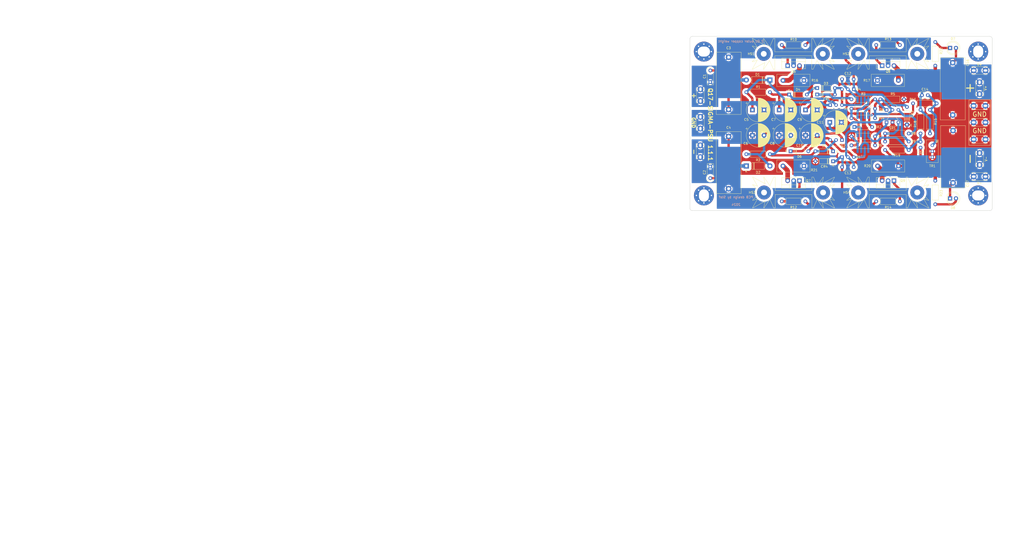
<source format=kicad_pcb>
(kicad_pcb (version 20240108) (generator "pcbnew") (generator_version "8.0")
  (title_block (title "Q17-SIGMA Power Supply") (date "2024-04-30") (rev "1.1.1") (company "PCB and BOM by stef") (comment 2 "Design and test by Moor") (comment 3 "Inspired from Sigma22 v3 design from Ti Kan") (comment 4 "Voltage drop < 6V"))
  (layers (0 "F.Cu" signal) (31 "B.Cu" signal) (34 "B.Paste" user) (35 "F.Paste" user) (36 "B.SilkS" user "B.Silkscreen") (37 "F.SilkS" user "F.Silkscreen") (38 "B.Mask" user) (39 "F.Mask" user) (44 "Edge.Cuts" user))
  (net 0 "")
  (net 1 "Net-(D4-K)")
  (net 2 "/GND")
  (net 3 "/V+ (IN)")
  (net 4 "Net-(D1-K)")
  (net 5 "Net-(D2-A)")
  (net 6 "Net-(D5-A)")
  (net 7 "Net-(CR1-A)")
  (net 8 "Net-(D6-K)")
  (net 9 "Net-(U1-B2)")
  (net 10 "Net-(Q4-B)")
  (net 11 "Net-(CR3-A)")
  (net 12 "Net-(Q5-B)")
  (net 13 "Net-(CR4-K)")
  (net 14 "Net-(U2-B4)")
  (net 15 "Net-(C14-Pad1)")
  (net 16 "Net-(CR1-K)")
  (net 17 "Net-(CR2-A)")
  (net 18 "Net-(D3-K)")
  (net 19 "Net-(D5-K)")
  (net 20 "Net-(Q3-C)")
  (net 21 "Net-(Q3-B)")
  (net 22 "Net-(Q3-E)")
  (net 23 "Net-(CR2-K)")
  (net 24 "Net-(Q6-G)")
  (net 25 "Net-(Q6-S)")
  (net 26 "Net-(Q7-S)")
  (net 27 "Net-(Q7-G)")
  (net 28 "Net-(Q8-S)")
  (net 29 "Net-(Q8-G)")
  (net 30 "Net-(Q9-G)")
  (net 31 "Net-(Q9-S)")
  (net 32 "Net-(SR1-REF)")
  (net 33 "Net-(U1-B3)")
  (net 34 "Net-(U2-B2)")
  (net 35 "Net-(U1-B1)")
  (net 36 "/V+ (OUT)")
  (net 37 "/V- (OUT)")
  (net 38 "Net-(D7-K)")
  (net 39 "Net-(D8-A)")
  (net 40 "Net-(SR1-K)")
  (net 41 "/V- (IN)")
  (footprint "Capacitor_THT:C_Rect_L7.2mm_W2.5mm_P5.00mm_FKS2_FKP2_MKS2_MKP2" (layer "F.Cu") (at 147.788 117.348 180)
    (property "Reference" "C13")
    (property "Value" "3900pF")
  )
  (footprint "Capacitor_THT:C_Rect_L7.2mm_W2.5mm_P5.00mm_FKS2_FKP2_MKS2_MKP2" (layer "F.Cu") (at 142.778 79.502)
    (property "Reference" "C12")
    (property "Value" "3900pF")
  )
  (footprint "Resistor_THT:R_Axial_DIN0207_L6.3mm_D2.5mm_P10.16mm_Horizontal" (layer "F.Cu") (at 157.48 64.77)
    (property "Reference" "R13")
    (property "Value" "100R")
  )
  (footprint "Capacitor_THT:C_Rect_L26.5mm_W10.5mm_P22.50mm_MKS4" (layer "F.Cu") (at 93.98 70.03 -90)
    (property "Reference" "C3")
    (property "Value" "1uF 100V")
  )
  (footprint "Resistor_THT:R_Axial_DIN0207_L6.3mm_D2.5mm_P10.16mm_Horizontal" (layer "F.Cu") (at 161.29 106.325383)
    (property "Reference" "R9")
    (property "Value" "1K")
  )
  (footprint "Resistor_THT:R_Axial_DIN0207_L6.3mm_D2.5mm_P10.16mm_Horizontal" (layer "F.Cu") (at 156.972 104.14 180)
    (property "Reference" "R7")
    (property "Value" "27K")
  )
  (footprint "Resistor_THT:R_Box_L14.0mm_W5.0mm_P9.00mm" (layer "F.Cu") (at 117.365 116.84)
    (property "Reference" "R21")
    (property "Value" "0R47 5W")
  )
  (footprint "Capacitor_THT:C_Rect_L26.5mm_W10.5mm_P22.50mm_MKS4" (layer "F.Cu") (at 190.5 101.6 -90)
    (property "Reference" "C17")
    (property "Value" "1uF 100V")
  )
  (footprint "Resistor_THT:R_Axial_DIN0207_L6.3mm_D2.5mm_P10.16mm_Horizontal" (layer "F.Cu") (at 161.29 109.982)
    (property "Reference" "R19")
    (property "Value" "10K")
  )
  (footprint "Q17_Library:Faston_Connector_63849-1_TEC" (layer "F.Cu") (at 81.788 107.95 90)
    (property "Reference" "J1-3" (hide yes))
    (property "Value" "V- (IN)" (hide yes))
  )
  (footprint "Package_TO_SOT_THT:TO-92L_Inline_Wide" (layer "F.Cu") (at 161.915 98.044)
    (property "Reference" "SR1")
    (property "Value" "TL431B")
  )
  (footprint "Resistor_THT:R_Axial_DIN0207_L6.3mm_D2.5mm_P10.16mm_Horizontal" (layer "F.Cu") (at 182.88 133.35 90)
    (property "Reference" "R23")
    (property "Value" "10K")
  )
  (footprint "Resistor_THT:R_Axial_DIN0207_L6.3mm_D2.5mm_P10.16mm_Horizontal" (layer "F.Cu") (at 116.84 64.77)
    (property "Reference" "R10")
    (property "Value" "100R")
  )
  (footprint "Diode_THT:D_DO-35_SOD27_P7.62mm_Horizontal" (layer "F.Cu") (at 120.65 110.489879)
    (property "Reference" "D6")
    (property "Value" "1N4148")
  )
  (footprint "Capacitor_THT:C_Rect_L7.2mm_W2.5mm_P5.00mm_FKS2_FKP2_MKS2_MKP2" (layer "F.Cu") (at 86.106 80.732 90)
    (property "Reference" "C1")
    (property "Value" "100nF")
  )
  (footprint "Resistor_THT:R_Axial_DIN0207_L6.3mm_D2.5mm_P10.16mm_Horizontal" (layer "F.Cu") (at 101.6 85.09)
    (property "Reference" "R1")
    (property "Value" "10K")
  )
  (footprint "Package_TO_SOT_THT:TO-92L_Inline_Wide" (layer "F.Cu") (at 161.915 92.71)
    (property "Reference" "Q3")
    (property "Value" "BC548B")
  )
  (footprint "Package_TO_SOT_THT:TO-92L_Inline_Wide" (layer "F.Cu") (at 142.738 113.03)
    (property "Reference" "Q5")
    (property "Value" "BC546B")
  )
  (footprint "Potentiometer_THT:Potentiometer_Bourns_3296W_Vertical" (layer "F.Cu") (at 181.61 113.03 -90)
    (property "Reference" "TR1")
    (property "Value" "10K")
  )
  (footprint "Capacitor_THT:C_Disc_D3.8mm_W2.6mm_P2.50mm" (layer "F.Cu") (at 179.651633 86.36 180)
    (property "Reference" "C14")
    (property "Value" "220pF")
  )
  (footprint "Q17_Library:Faston_Connector_63849-1_TEC" (layer "F.Cu") (at 199.39 75.733282 180)
    (property "Reference" "J2-1" (hide yes))
    (property "Value" "V+")
  )
  (footprint "Capacitor_THT:C_Rect_L7.2mm_W2.5mm_P5.00mm_FKS2_FKP2_MKS2_MKP2" (layer "F.Cu") (at 86.106 122.094 90)
    (property "Reference" "C2")
    (property "Value" "100nF")
  )
  (footprint "Resistor_THT:R_Axial_DIN0207_L6.3mm_D2.5mm_P10.16mm_Horizontal" (layer "F.Cu") (at 183.481633 89.916 180)
    (property "Reference" "R11")
    (property "Value" "100R")
  )
  (footprint "Package_TO_SOT_THT:TO-92L_Inline_Wide" (layer "F.Cu") (at 137.668 90.62)
    (property "Reference" "Q1")
    (property "Value" "BC548B")
  )
  (footprint "Diode_THT:D_DO-41_SOD81_P10.16mm_Horizontal" (layer "F.Cu") (at 111.76 79.83 180)
    (property "Reference" "D1")
    (property "Value" "1N5819")
  )
  (footprint "Capacitor_THT:CP_Radial_D10.0mm_P5.00mm" (layer "F.Cu") (at 137.494 98.044)
    (property "Reference" "C11")
    (property "Value" "100uF 80v")
  )
  (footprint "Capacitor_THT:C_Rect_L26.5mm_W10.5mm_P22.50mm_MKS4" (layer "F.Cu") (at 93.979999 104.14 -90)
    (property "Reference" "C4")
    (property "Value" "1uF 100V")
  )
  (footprint "Diode_THT:D_DO-35_SOD27_P7.62mm_Horizontal" (layer "F.Cu") (at 138.938 110.49 180)
    (property "Reference" "D5")
    (property "Value" "1N4148")
  )
  (footprint "Heatsink:Heatsink_Fischer_SK104-STC-STIC_35x13mm_2xDrill2.5mm" (layer "F.Cu") (at 162.43172 68.58)
    (property "Reference" "HS2")
    (property "Value" "531202B21G")
  )
  (footprint "Resistor_THT:R_Axial_DIN0207_L6.3mm_D2.5mm_P10.16mm_Horizontal" (layer "F.Cu") (at 159.258 88.138)
    (property "Reference" "R5")
    (property "Value" "47K")
  )
  (footprint "LED_THT:LED_D5.0mm" (layer "F.Cu") (at 189.23 130.81)
    (property "Reference" "D8")
    (property "Value" "LED")
  )
  (footprint "Q17_Library:Faston_Connector_63849-1_TEC" (layer "F.Cu") (at 199.372335 98.085282 180)
    (property "Reference" "J2-4" (hide yes))
    (property "Value" "GND" (hide yes))
  )
  (footprint "Diode_THT:D_DO-35_SOD27_P7.62mm_Horizontal" (layer "F.Cu") (at 132.08 86.106)
    (property "Reference" "CR1")
    (property "Value" "E-202")
  )
  (footprint "Q17_Library:Faston_Connector_63849-1_TEC" (layer "F.Cu") (at 81.865344 83.82 90)
    (property "Reference" "J1-1" (hide yes))
    (property "Value" "V+ (IN)" (hide yes))
  )
  (footprint "MountingHole:MountingHole_4.3mm_M4_Pad_Via" (layer "F.Cu") (at 201.328912 67.600184 -90)
    (property "Reference" "PAD3" (hide yes))
    (property "Value" "MountingHole_4.3mm_M4_Pad_Via")
  )
  (footprint "Package_TO_SOT_THT:TO-92L_Inline_Wide" (layer "F.Cu") (at 147.828 83.82 180)
    (property "Reference" "Q4")
    (property "Value" "BC556B")
  )
  (footprint "Heatsink:Heatsink_Fischer_SK104-STC-STIC_35x13mm_2xDrill2.5mm" (layer "F.Cu") (at 121.92 128.27)
    (property "Reference" "HS3")
    (property "Value" "531202B21G")
  )
  (footprint "Diode_THT:D_DO-35_SOD27_P7.62mm_Horizontal" (layer "F.Cu") (at 120.015 86.115755)
    (property "Reference" "D4")
    (property "Value" "1N4148")
  )
  (footprint "Resistor_THT:R_Axial_DIN0207_L6.3mm_D2.5mm_P10.16mm_Horizontal" (layer "F.Cu") (at 146.812 107.95)
    (property "Reference" "R6")
    (property "Value" "510K")
  )
  (footprint "Diode_THT:D_DO-35_SOD27_P7.62mm_Horizontal" (layer "F.Cu") (at 170.688 99.06 90)
    (property "Reference" "CR3")
    (property "Value" "E-562")
  )
  (footprint "Resistor_THT:R_Box_L14.0mm_W5.0mm_P9.00mm" (layer "F.Cu") (at 117.365 80.01)
    (property "Reference" "R16")
    (property "Value" "0R47 5W")
  )
  (footprint "Package_TO_SOT_THT:TO-220-3_Vertical" (layer "F.Cu") (at 124.46 123.19 180)
    (property "Reference" "Q7")
    (property "Value" "IRF9Z34NPBF")
  )
  (footprint "Heatsink:Heatsink_Fischer_SK104-STC-STIC_35x13mm_2xDrill2.5mm" (layer "F.Cu") (at 121.79172 68.58)
    (property "Reference" "HS1")
    (property "Value" "531202B21G")
  )
  (footprint "Diode_THT:D_DO-35_SOD27_P7.62mm_Horizontal" (layer "F.Cu") (at 148.082 100.076)
    (property "Reference" "CR2")
    (property "Value" "E-202")
  )
  (footprint "Heatsink:Heatsink_Fischer_SK104-STC-STIC_35x13mm_2xDrill2.5mm" (layer "F.Cu") (at 162.43172 128.27)
    (property "Reference" "HS4")
    (property "Value" "531202B21G")
  )
  (footprint "Capacitor_THT:CP_Radial_D10.0mm_P5.00mm" (layer "F.Cu") (at 127.08 103.632)
    (property "Reference" "C10")
    (property "Value" "100uF 80v")
  )
  (footprint "Resistor_THT:R_Axial_DIN0207_L6.3mm_D2.5mm_P10.16mm_Horizontal" (layer "F.Cu") (at 180.594 92.71 -90)
    (property "Reference" "R15")
    (property "Value" "10K")
  )
  (footprint "Q17_Library:Faston_Connector_63849-1_TEC" (layer "F.Cu") (at 81.834399 95.6686 90)
    (property "Reference" "J1-2" (hide yes))
    (property "Value" "GND" (hide yes))
  )
  (footprint "Resistor_THT:R_Box_L14.0mm_W5.0mm_P9.00mm" (layer "F.Cu") (at 167.005 80.01 180)
    (property "Reference" "R17")
    (property "Value" "0R47 5W")
  )
  (footprint "Resistor_THT:R_Axial_DIN0207_L6.3mm_D2.5mm_P10.16mm_Horizontal" (layer "F.Cu") (at 127 132.08 180)
    (property "Reference" "R12")
    (property "Value" "100R")
  )
  (footprint "Q17_Library:Faston_Connector_63849-1_TEC" (layer "F.Cu") (at 199.39 121.412 180)
    (property "Reference" "J2-7" (hide yes))
    (property "Value" "V-")
  )
  (footprint "Q17_Library:Faston_Connector_63849-1_TEC" (layer "F.Cu") (at 201.93 116.373282 -90)
    (property "Reference" "J2-6" (hide yes))
    (property "Value" "V-")
  )
  (footprint "MountingHole:MountingHole_4.3mm_M4_Pad_Via" (layer "F.Cu") (at 201.345 129.54 -90)
    (property "Reference" "PAD3" (hide yes))
    (property "Value" "MountingHole_4.3mm_M4_Pad_Via")
  )
  (footprint "Package_TO_SOT_THT:TO-220-3_Vertical" (layer "F.Cu") (at 119.38 73.66)
    (property "Reference" "Q6")
    (property "Value" "IRFZ24NPBF")
  )
  (footprint "Diode_THT:D_DO-35_SOD27_P7.62mm_Horizontal" (layer "F.Cu") (at 138.938 114.808 180)
    (property "Reference" "CR4")
    (property "Value" "E-562")
  )
  (footprint "Resistor_THT:R_Axial_DIN0207_L6.3mm_D2.5mm_P10.16mm_Horizontal" (layer "F.Cu") (at 176.53 102.87 90)
    (property "Reference" "R18")
    (property "Value" "10K")
  )
  (footprint "Capacitor_THT:CP_Radial_D10.0mm_P5.00mm" (layer "F.Cu") (at 104.22 103.632)
    (property "Reference" "C6")
    (property "Value" "220uF 80v")
  )
  (footprint "LED_THT:LED_D5.0mm" (layer "F.Cu") (at 189.23 66.04)
    (property "Reference" "D7")
    (property "Value" "LED")
  )
  (footprint "Resistor_THT:R_Axial_DIN0207_L6.3mm_D2.5mm_P10.16mm_Horizontal" (layer "F.Cu") (at 101.6 111.76)
    (property "Reference" "R2")
    (property "Value" "10K")
  )
  (footprint "Resistor_THT:R_Box_L14.0mm_W5.0mm_P9.00mm" (layer "F.Cu") (at 158.06 116.84)
    (property "Reference" "R20")
    (property "Value" "0R47 5W")
  )
  (footprint "Q17_Library:Faston_Connector_63849-1_TEC" (layer "F.Cu") (at 199.35 90.932 180)
    (property "Reference" "J2-3" (hide yes))
    (property "Value" "GND" (hide yes))
  )
  (footprint "Package_TO_SOT_THT:TO-220-3_Vertical" (layer "F.Cu") (at 160.02 73.66)
    (property "Reference" "Q8")
    (property "Value" "IRFZ24NPBF")
  )
  (footprint "Resistor_THT:R_Axial_DIN0207_L6.3mm_D2.5mm_P10.16mm_Horizontal" (layer "F.Cu") (at 171.45 102.87 180)
    (property "Reference" "R8")
    (property "Value" "100R")
  )
  (footprint "Package_TO_SOT_THT:TO-220-3_Vertical" (layer "F.Cu") (at 165.1 123.19 180)
    (property "Reference" "Q9")
    (property "Value" "IRF9Z34NPBF")
  )
  (footprint "MountingHole:MountingHole_4.3mm_M4_Pad_Via" (layer "F.Cu") (at 83.328883 67.601847)
    (property "Reference" "PAD1" (hide yes))
    (property "Value" "MountingHole_4.3mm_M4_Pad_Via")
  )
  (footprint "Diode_THT:D_DO-35_SOD27_P7.62mm_Horizontal" (layer "F.Cu") (at 132.08 83.312)
    (property "Reference" "D3")
    (property "Value" "1N4148")
  )
  (footprint "Capacitor_THT:C_Rect_L26.5mm_W10.5mm_P22.50mm_MKS4" (layer "F.Cu") (at 190.37172 72.39 -90)
    (property "Reference" "C16")
    (property "Value" "1uF 100V")
  )
  (footprint "Resistor_THT:R_Axial_DIN0207_L6.3mm_D2.5mm_P10.16mm_Horizontal" (layer "F.Cu") (at 146.812 96.266)
    (property "Reference" "R44")
    (property "Value" "330K")
  )
  (footprint "Capacitor_THT:CP_Radial_D10.0mm_P5.00mm" (layer "F.Cu") (at 127.08 92.71)
    (property "Reference" "C9")
    (property "Value" "100uF 80v")
  )
  (footprint "Resistor_THT:R_Axial_DIN0207_L6.3mm_D2.5mm_P10.16mm_Horizontal" (layer "F.Cu") (at 146.812 88.138)
    (property "Reference" "R3")
    (property "Value" "4K7")
  )
  (footprint "Q17_Library:Faston_Connector_63849-1_TEC" (layer "F.Cu") (at 201.93 85.893282 -90)
    (property "Reference" "J2-2" (hide yes))
    (property "Value" "V+")
  )
  (footprint "Capacitor_THT:CP_Radial_D10.0mm_P5.00mm" (layer "F.Cu") (at 115.742323 103.632)
    (property "Reference" "C8")
    (property "Value" "220uF 80v")
  )
  (footprint "Capacitor_THT:C_Disc_D3.8mm_W2.6mm_P2.50mm" (layer "F.Cu") (at 176.53 106.446 -90)
    (property "Reference" "C15")
    (property "Value" "220pF")
  )
  (footprint "Resistor_THT:R_Axial_DIN0207_L6.3mm_D2.5mm_P10.16mm_Horizontal" (layer "F.Cu") (at 157.48 132.08)
    (property "Reference" "R14")
    (property "Value" "100R")
  )
  (footprint "Diode_THT:D_DO-41_SOD81_P10.16mm_Horizontal" (layer "F.Cu") (at 101.6 116.84)
    (property "Reference" "D2")
    (property "Value" "1N5819")
  )
  (footprint "Capacitor_THT:CP_Radial_D10.0mm_P5.00mm" (layer "F.Cu") (at 115.742323 92.71)
    (property "Reference" "C7")
    (property "Value" "220uF 80v")
  )
  (footprint "Q17_Library:Faston_Connector_63849-1_TEC" (layer "F.Cu") (at 199.39 105.41 180)
    (property "Reference" "J2-5" (hide yes))
    (property "Value" "GND" (hide yes))
  )
  (footprint "MountingHole:MountingHole_4.3mm_M4_Pad_Via" (layer "F.Cu") (at 83.356845 129.534189)
    (property "Reference" "PAD2" (hide yes))
    (property "Value" "MountingHole_4.3mm_M4_Pad_Via")
  )
  (footprint "Capacitor_THT:CP_Radial_D10.0mm_P5.00mm" (layer "F.Cu") (at 104.22 92.71)
    (property "Reference" "C5")
    (property "Value" "220uF 80v")
  )
  (footprint "Package_TO_SOT_THT:TO-92L_Inline_Wide" (layer "F.Cu") (at 142.748 105.664 180)
    (property "Reference" "Q2")
    (property "Value" "BC558B")
  )
  (footprint "Resistor_THT:R_Axial_DIN0207_L6.3mm_D2.5mm_P10.16mm_Horizontal" (layer "F.Cu") (at 182.88 73.66 90)
    (property "Reference" "R22")
    (property "Value" "10K")
  )
  (footprint "Resistor_THT:R_Axial_DIN0207_L6.3mm_D2.5mm_P10.16mm_Horizontal" (layer "F.Cu") (at 146.812 92.202)
    (property "Reference" "R4")
    (property "Value" "100K")
  )
  (footprint "Package_TO_SOT_SMD:SOT-223-8" (layer "B.Cu") (at 151.765 106.455 90)
    (property "Reference" "U2")
    (property "Value" "ZHB6792TA")
  )
  (footprint "Package_TO_SOT_SMD:SOT-223-8" (layer "B.Cu") (at 151.765 91.792 90)
    (property "Reference" "U1")
    (property "Value" "ZHB6792TA")
  )
  (gr_rect (start 197.358 88.392) (end 206.502 107.95) (stroke (width 0.15)) (fill none) (layer "F.SilkS"))
  (gr_arc (start 206.348808 61.064143) (mid 207.055915 61.357036) (end 207.348808 62.064143) (stroke (width 0.15)) (layer "Edge.Cuts"))
  (gr_arc (start 77.348808 62.064143) (mid 77.641701 61.357036) (end 78.348808 61.064143) (stroke (width 0.15)) (layer "Edge.Cuts"))
  (gr_line (start 77.348808 135.064143) (end 77.348808 62.064143) (stroke (width 0.15)) (layer "Edge.Cuts"))
  (gr_arc (start 78.348808 136.064143) (mid 77.641701 135.77125) (end 77.348808 135.064143) (stroke (width 0.15)) (layer "Edge.Cuts"))
  (gr_line (start 78.348808 61.064143) (end 206.348808 61.064143) (stroke (width 0.15)) (layer "Edge.Cuts"))
  (gr_line (start 206.348808 136.064143) (end 78.348808 136.064143) (stroke (width 0.15)) (layer "Edge.Cuts"))
  (gr_line (start 207.348808 62.064143) (end 207.348808 135.064143) (stroke (width 0.15)) (layer "Edge.Cuts"))
  (gr_arc (start 207.348808 135.064143) (mid 207.055915 135.77125) (end 206.348808 136.064143) (stroke (width 0.15)) (layer "Edge.Cuts"))
  (gr_text "2 Oz outer copper weight" (at 99.314 63.754 0) (layer "B.SilkS") (effects (font (size 1 1)) (justify bottom mirror)))
  (gr_text "PCB design by Stef\n\n2024" (at 97.155 134.080864 -0) (layer "B.SilkS") (effects (font (size 1 1)) (justify bottom mirror)))
  (gr_text "GND" (at 201.93 95.758 0) (layer "F.SilkS") (effects (font (size 2 2) (thickness 0.3) (bold yes)) (justify bottom)))
  (gr_text "-" (at 77.978 110.744 270) (layer "F.SilkS") (effects (font (size 2 2) (thickness 0.375)) (justify bottom)))
  (gr_text "GND" (at 201.93 102.87 0) (layer "F.SilkS") (effects (font (size 2 2) (thickness 0.3) (bold yes)) (justify bottom)))
  (gr_text "ø" (at 182.88 106.934 0) (layer "F.SilkS") (effects (font (size 1.2 1.2)) (justify left bottom)))
  (gr_text "Q17-SIGMA-PSU 1.1.1" (at 85.05504 83.058 270) (layer "F.SilkS") (effects (font (size 1.8 1.8) (thickness 0.4) (bold yes)) (justify left bottom)))
  (gr_text "+" (at 195.834 83.312 270) (layer "F.SilkS") (effects (font (size 4 4) (thickness 0.5)) (justify bottom)))
  (gr_text "+" (at 77.978 86.614 270) (layer "F.SilkS") (effects (font (size 2 2) (thickness 0.375)) (justify bottom)))
  (gr_text "-" (at 195.834 113.792 270) (layer "F.SilkS") (effects (font (size 4 4) (thickness 0.5)) (justify bottom)))
  (gr_text "GND" (at 77.978 98.2086 270) (layer "F.SilkS") (effects (font (size 1.5 1.5) (thickness 0.375) (bold yes)) (justify bottom)))
  (segment (start 112.492862 85.822862) (end 111.76 85.09) (width 1) (layer "F.Cu") (net 1))
  (segment (start 115.742323 86.115755) (end 115.742323 92.71) (width 1) (layer "F.Cu") (net 1))
  (segment (start 120.015 86.115755) (end 113.199969 86.115755) (width 1) (layer "F.Cu") (net 1))
  (arc (start 112.492862 85.822862) (mid 112.817285 86.039635) (end 113.199969 86.115755) (width 1) (layer "F.Cu") (net 1))
  (segment (start 140.208 90.62) (end 139.034893 89.446893) (width 1) (layer "B.Cu") (net 1))
  (segment (start 135.729786 87.884) (end 122.197459 87.884) (width 1) (layer "B.Cu") (net 1))
  (segment (start 138.327786 89.154) (end 137.828214 89.154) (width 1) (layer "B.Cu") (net 1))
  (segment (start 137.121107 88.861107) (end 136.436893 88.176893) (width 1) (layer "B.Cu") (net 1))
  (segment (start 121.490352 87.591107) (end 120.015 86.115755) (width 1) (layer "B.Cu") (net 1))
  (arc (start 139.034893 89.446893) (mid 138.71047 89.23012) (end 138.327786 89.154) (width 1) (layer "B.Cu") (net 1))
  (arc (start 137.828214 89.154) (mid 137.445531 89.07788) (end 137.121107 88.861107) (width 1) (layer "B.Cu") (net 1))
  (arc (start 122.197459 87.884) (mid 121.814776 87.80788) (end 121.490352 87.591107) (width 1) (layer "B.Cu") (net 1))
  (arc (start 135.729786 87.884) (mid 136.112469 87.96012) (end 136.436893 88.176893) (width 1) (layer "B.Cu") (net 1))
  (segment (start 88.978893 76.024893) (end 93.663907 80.709907) (width 1) (layer "F.Cu") (net 2))
  (segment (start 86.106 75.732) (end 88.271786 75.732) (width 1) (layer "F.Cu") (net 2))
  (segment (start 93.687107 117.1262) (end 89.0122 121.801107) (width 1) (layer "F.Cu") (net 2))
  (segment (start 164.455 98.044) (end 164.455 96.774) (width 1.5) (layer "F.Cu") (net 2))
  (segment (start 164.455 98.044) (end 164.455 99.822) (width 1.5) (layer "F.Cu") (net 2))
  (segment (start 88.305093 122.094) (end 86.106 122.094) (width 1) (layer "F.Cu") (net 2))
  (segment (start 182.88 73.66) (end 182.88 77.216) (width 1.5) (layer "F.Cu") (net 2))
  (segment (start 93.979999 104.14) (end 93.98 116.419093) (width 1) (layer "F.Cu") (net 2))
  (segment (start 93.9568 81.417014) (end 93.9568 92.513199) (width 1) (layer "F.Cu") (net 2))
  (segment (start 182.88 123.19) (end 182.88 120.142) (width 1.5) (layer "F.Cu") (net 2))
  (arc (start 93.663907 80.709907) (mid 93.88068 81.034331) (end 93.9568 81.417014) (width 1) (layer "F.Cu") (net 2))
  (arc (start 88.305093 122.094) (mid 88.687776 122.01788) (end 89.0122 121.801107) (width 1) (layer "F.Cu") (net 2))
  (arc (start 88.978893 76.024893) (mid 88.65447 75.80812) (end 88.271786 75.732) (width 1) (layer "F.Cu") (net 2))
  (arc (start 93.98 116.419093) (mid 93.90388 116.801776) (end 93.687107 117.1262) (width 1) (layer "F.Cu") (net 2))
  (segment (start 149.172107 106.500107) (end 146.812 104.14) (width 0.9) (layer "B.Cu") (net 2))
  (segment (start 149.465 109.855) (end 149.465 107.207214) (width 0.9) (layer "B.Cu") (net 2))
  (arc (start 149.465 107.207214) (mid 149.38888 106.824531) (end 149.172107 106.500107) (width 0.9) (layer "B.Cu") (net 2))
  (segment (start 121.92 73.66) (end 121.92 69.215) (width 2) (layer "B.Cu") (net 3))
  (segment (start 162.56 69.215) (end 162.56 73.66) (width 2) (layer "B.Cu") (net 3))
  (segment (start 101.6 79.83) (end 97.864 79.83) (width 1.5) (layer "B.Cu") (net 3))
  (segment (start 104.22 92.71) (end 104.22 88.124214) (width 1) (layer "F.Cu") (net 4))
  (segment (start 103.927107 87.417107) (end 101.6 85.09) (width 1) (layer "F.Cu") (net 4))
  (arc (start 104.22 88.124214) (mid 104.14388 87.741531) (end 103.927107 87.417107) (width 1) (layer "F.Cu") (net 4))
  (segment (start 101.6 85.09) (end 106.567107 80.122893) (width 1) (layer "B.Cu") (net 4))
  (segment (start 134.231837 89.700893) (end 134.858051 90.327107) (width 1) (layer "B.Cu") (net 4))
  (segment (start 111.833862 81.757406) (end 111.905274 81.897564) (width 1) (layer "B.Cu") (net 4))
  (segment (start 111.785255 81.607803) (end 111.833862 81.757406) (width 1) (layer "B.Cu") (net 4))
  (segment (start 107.274214 79.83) (end 111.76 79.83) (width 1) (layer "B.Cu") (net 4))
  (segment (start 135.565158 90.62) (end 137.668 90.62) (width 1) (layer "B.Cu") (net 4))
  (segment (start 111.760649 81.452437) (end 111.785255 81.607803) (width 1) (layer "B.Cu") (net 4))
  (segment (start 119.794214 89.408) (end 133.52473 89.408) (width 1) (layer "B.Cu") (net 4))
  (segment (start 111.905274 81.897564) (end 111.997732 82.024825) (width 1) (layer "B.Cu") (net 4))
  (segment (start 111.997732 82.024825) (end 112.052893 82.080893) (width 1) (layer "B.Cu") (net 4))
  (segment (start 112.052893 82.080893) (end 119.087107 89.115107) (width 1) (layer "B.Cu") (net 4))
  (segment (start 111.76 81.373786) (end 111.760649 81.452437) (width 1) (layer "B.Cu") (net 4))
  (segment (start 111.76 79.83) (end 111.76 81.373786) (width 1) (layer "B.Cu") (net 4))
  (arc (start 106.567107 80.122893) (mid 106.89153 79.90612) (end 107.274214 79.83) (width 1) (layer "B.Cu") (net 4))
  (arc (start 119.794214 89.408) (mid 119.411531 89.33188) (end 119.087107 89.115107) (width 1) (layer "B.Cu") (net 4))
  (arc (start 135.565158 90.62) (mid 135.182475 90.54388) (end 134.858051 90.327107) (width 1) (layer "B.Cu") (net 4))
  (arc (start 133.52473 89.408) (mid 133.907413 89.48412) (end 134.231837 89.700893) (width 1) (layer "B.Cu") (net 4))
  (segment (start 109.22 103.632) (end 113.245107 99.606893) (width 1) (layer "F.Cu") (net 5))
  (segment (start 132.118893 99.606893) (end 135.089107 102.577107) (width 1) (layer "F.Cu") (net 5))
  (segment (start 113.952214 99.314) (end 131.411786 99.314) (width 1) (layer "F.Cu") (net 5))
  (segment (start 142.748 105.062214) (end 142.748 105.664) (width 1) (layer "F.Cu") (net 5))
  (segment (start 135.796214 102.87) (end 140.555786 102.87) (width 1) (layer "F.Cu") (net 5))
  (segment (start 141.262893 103.162893) (end 142.455107 104.355107) (width 1) (layer "F.Cu") (net 5))
  (arc (start 142.455107 104.355107) (mid 142.67188 104.67953) (end 142.748 105.062214) (width 1) (layer "F.Cu") (net 5))
  (arc (start 131.411786 99.314) (mid 131.794469 99.39012) (end 132.118893 99.606893) (width 1) (layer "F.Cu") (net 5))
  (arc (start 141.262893 103.162893) (mid 140.93847 102.94612) (end 140.555786 102.87) (width 1) (layer "F.Cu") (net 5))
  (arc (start 135.796214 102.87) (mid 135.413531 102.79388) (end 135.089107 102.577107) (width 1) (layer "F.Cu") (net 5))
  (arc (start 113.245107 99.606893) (mid 113.56953 99.39012) (end 113.952214 99.314) (width 1) (layer "F.Cu") (net 5))
  (segment (start 109.22 103.632) (end 109.22 110.236) (width 1) (layer "B.Cu") (net 5))
  (segment (start 106.972893 112.052893) (end 111.76 116.84) (width 1) (layer "B.Cu") (net 5))
  (segment (start 109.22 110.236) (end 107.188 112.268) (width 1) (layer "B.Cu") (net 5))
  (segment (start 101.6 111.76) (end 106.265786 111.76) (width 1) (layer "B.Cu") (net 5))
  (arc (start 106.265786 111.76) (mid 106.648469 111.83612) (end 106.972893 112.052893) (width 1) (layer "B.Cu") (net 5))
  (segment (start 111.975107 111.975107) (end 111.76 111.76) (width 1) (layer "F.Cu") (net 6))
  (segment (start 129.125786 112.268) (end 112.682214 112.268) (width 1) (layer "F.Cu") (net 6))
  (segment (start 131.318 110.49) (end 129.832893 111.975107) (width 1) (layer "F.Cu") (net 6))
  (arc (start 111.975107 111.975107) (mid 112.29953 112.19188) (end 112.682214 112.268) (width 1) (layer "F.Cu") (net 6))
  (arc (start 129.832893 111.975107) (mid 129.50847 112.19188) (end 129.125786 112.268) (width 1) (layer "F.Cu") (net 6))
  (segment (start 113.830893 111.467107) (end 120.44943 104.84857) (width 1) (layer "B.Cu") (net 6))
  (segment (start 120.742323 104.141463) (end 120.742323 103.632) (width 1) (layer "B.Cu") (net 6))
  (segment (start 140.208 105.664) (end 135.674893 110.197107) (width 1) (layer "B.Cu") (net 6))
  (segment (start 134.967786 110.49) (end 131.318 110.49) (width 1) (layer "B.Cu") (net 6))
  (segment (start 111.76 111.76) (end 113.123786 111.76) (width 1) (layer "B.Cu") (net 6))
  (arc (start 113.830893 111.467107) (mid 113.50647 111.68388) (end 113.123786 111.76) (width 1) (layer "B.Cu") (net 6))
  (arc (start 135.674893 110.197107) (mid 135.35047 110.41388) (end 134.967786 110.49) (width 1) (layer "B.Cu") (net 6))
  (arc (start 120.44943 104.84857) (mid 120.666203 104.524147) (end 120.742323 104.141463) (width 1) (layer "B.Cu") (net 6))
  (segment (start 127.08 92.71) (end 131.613107 88.176893) (width 1) (layer "F.Cu") (net 7))
  (segment (start 142.748 90.62) (end 142.748 83.82) (width 1) (layer "F.Cu") (net 7))
  (segment (start 134.150893 87.591107) (end 135.343107 86.398893) (width 1) (layer "F.Cu") (net 7))
  (segment (start 132.320214 87.884) (end 133.443786 87.884) (width 1) (layer "F.Cu") (net 7))
  (segment (start 136.050214 86.106) (end 139.7 86.106) (width 1) (layer "F.Cu") (net 7))
  (arc (start 131.613107 88.176893) (mid 131.93753 87.96012) (end 132.320214 87.884) (width 1) (layer "F.Cu") (net 7))
  (arc (start 135.343107 86.398893) (mid 135.66753 86.18212) (end 136.050214 86.106) (width 1) (layer "F.Cu") (net 7))
  (arc (start 134.150893 87.591107) (mid 133.82647 87.80788) (end 133.443786 87.884) (width 1) (layer "F.Cu") (net 7))
  (segment (start 150.68 90.62) (end 142.748 90.62) (width 0.9) (layer "B.Cu") (net 7))
  (segment (start 142.748 83.82) (end 142.24 83.312) (width 1) (layer "B.Cu") (net 7))
  (segment (start 139.7 83.312) (end 139.7 86.106) (width 1) (layer "B.Cu") (net 7))
  (segment (start 151.005 88.392) (end 151.005 89.880786) (width 0.9) (layer "B.Cu") (net 7))
  (segment (start 150.712107 90.587893) (end 150.68 90.62) (width 0.9) (layer "B.Cu") (net 7))
  (segment (start 142.24 83.312) (end 139.7 83.312) (width 1) (layer "B.Cu") (net 7))
  (arc (start 150.712107 90.587893) (mid 150.92888 90.26347) (end 151.005 89.880786) (width 0.9) (layer "B.Cu") (net 7))
  (segment (start 133.057107 104.609107) (end 132.08 103.632) (width 1) (layer "F.Cu") (net 8))
  (segment (start 147.818 113.03) (end 145.570893 110.782893) (width 1) (layer "F.Cu") (net 8))
  (segment (start 144.863786 110.49) (end 142.908214 110.49) (width 1) (layer "F.Cu") (net 8))
  (segment (start 131.787107 104.432893) (end 126.023014 110.196986) (width 1) (layer "F.Cu") (net 8))
  (segment (start 137.668 105.664) (end 137.198893 105.194893) (width 1) (layer "F.Cu") (net 8))
  (segment (start 136.491786 104.902) (end 133.764214 104.902) (width 1) (layer "F.Cu") (net 8))
  (segment (start 142.201107 110.197107) (end 137.668 105.664) (width 1) (layer "F.Cu") (net 8))
  (segment (start 125.315907 110.489879) (end 120.65 110.489879) (width 1) (layer "F.Cu") (net 8))
  (arc (start 144.863786 110.49) (mid 145.246469 110.56612) (end 145.570893 110.782893) (width 1) (layer "F.Cu") (net 8))
  (arc (start 133.764214 104.902) (mid 133.381531 104.82588) (end 133.057107 104.609107) (width 1) (layer "F.Cu") (net 8))
  (arc (start 132.08 103.725786) (mid 132.00388 104.108469) (end 131.787107 104.432893) (width 1) (layer "F.Cu") (net 8))
  (arc (start 142.201107 110.197107) (mid 142.52553 110.41388) (end 142.908214 110.49) (width 1) (layer "F.Cu") (net 8))
  (arc (start 137.198893 105.194893) (mid 136.87447 104.97812) (end 136.491786 104.902) (width 1) (layer "F.Cu") (net 8))
  (arc (start 125.315907 110.489879) (mid 125.69859 110.413759) (end 126.023014 110.196986) (width 1) (layer "F.Cu") (net 8))
  (segment (start 152.184893 112.737107) (end 152.232107 112.689893) (width 0.9) (layer "B.Cu") (net 8))
  (segment (start 147.818 113.03) (end 151.477786 113.03) (width 0.9) (layer "B.Cu") (net 8))
  (segment (start 152.525 111.982786) (end 152.525 109.855) (width 0.9) (layer "B.Cu") (net 8))
  (arc (start 152.232107 112.689893) (mid 152.44888 112.36547) (end 152.525 111.982786) (width 0.9) (layer "B.Cu") (net 8))
  (arc (start 151.477786 113.03) (mid 151.860469 112.95388) (end 152.184893 112.737107) (width 0.9) (layer "B.Cu") (net 8))
  (segment (start 160.172107 96.886893) (end 159.307893 97.751107) (width 1) (layer "B.Cu") (net 9))
  (segment (start 168.445 102.906169) (end 168.445 97.857604) (width 1) (layer "B.Cu") (net 9))
  (segment (start 168.152107 97.150497) (end 167.888503 96.886893) (width 1) (layer "B.Cu") (net 9))
  (segment (start 138.391107 101.307107) (end 137.786893 100.702893) (width 1) (layer "B.Cu") (net 9))
  (segment (start 151.005 95.192) (end 151.005 97.915) (width 0.9) (layer "B.Cu") (net 9))
  (segment (start 171.45 106.325383) (end 168.737893 103.613276) (width 1) (layer "B.Cu") (net 9))
  (segment (start 167.181396 96.594) (end 160.879214 96.594) (width 1) (layer "B.Cu") (net 9))
  (segment (start 143.349786 101.6) (end 139.098214 101.6) (width 1) (layer "B.Cu") (net 9))
  (segment (start 147.027107 98.336893) (end 144.056893 101.307107) (width 1) (layer "B.Cu") (net 9))
  (segment (start 137.494 99.995786) (end 137.494 98.044) (width 1) (layer "B.Cu") (net 9))
  (segment (start 151.005 97.915) (end 150.876 98.044) (width 0.25) (layer "B.Cu") (net 9))
  (segment (start 158.600786 98.044) (end 147.734214 98.044) (width 1) (layer "B.Cu") (net 9))
  (arc (start 139.098214 101.6) (mid 138.715531 101.52388) (end 138.391107 101.307107) (width 1) (layer "B.Cu") (net 9))
  (arc (start 167.888503 96.886893) (mid 167.56408 96.67012) (end 167.181396 96.594) (width 1) (layer "B.Cu") (net 9))
  (arc (start 168.445 102.906169) (mid 168.52112 103.288852) (end 168.737893 103.613276) (width 1) (layer "B.Cu") (net 9))
  (arc (start 137.494 99.995786) (mid 137.57012 100.378469) (end 137.786893 100.702893) (width 1) (layer "B.Cu") (net 9))
  (arc (start 159.307893 97.751107) (mid 158.98347 97.96788) (end 158.600786 98.044) (width 1) (layer "B.Cu") (net 9))
  (arc (start 147.027107 98.336893) (mid 147.35153 98.12012) (end 147.734214 98.044) (width 1) (layer "B.Cu") (net 9))
  (arc (start 160.172107 96.886893) (mid 160.49653 96.67012) (end 160.879214 96.594) (width 1) (layer "B.Cu") (net 9))
  (arc (start 144.056893 101.307107) (mid 143.73247 101.52388) (end 143.349786 101.6) (width 1) (layer "B.Cu") (net 9))
  (arc (start 168.445 97.857604) (mid 168.36888 97.474921) (end 168.152107 97.150497) (width 1) (layer "B.Cu") (net 9))
  (segment (start 142.778649 79.502649) (end 142.778649 80.974437) (width 1) (layer "B.Cu") (net 10))
  (segment (start 149.465 87.997) (end 145.288 83.82) (width 0.9) (layer "B.Cu") (net 10))
  (segment (start 143.070893 81.602893) (end 145.288 83.82) (width 1) (layer "B.Cu") (net 10))
  (arc (start 142.778649 80.974437) (mid 142.869861 81.314445) (end 143.070893 81.602893) (width 1) (layer "B.Cu") (net 10))
  (segment (start 147.485107 74.333107) (end 144.564893 71.412893) (width 1) (layer "F.Cu") (net 11))
  (segment (start 167.64 64.77) (end 165.392893 62.522893) (width 1) (layer "F.Cu") (net 11))
  (segment (start 129.954214 62.23) (end 164.685786 62.23) (width 1) (layer "F.Cu") (net 11))
  (segment (start 129.247107 62.522893) (end 127 64.77) (width 1) (layer "F.Cu") (net 11))
  (segment (start 147.778 79.502) (end 147.778 75.040214) (width 1) (layer "F.Cu") (net 11))
  (segment (start 144.272 70.705786) (end 144.272 62.23) (width 1) (layer "F.Cu") (net 11))
  (arc (start 144.564893 71.412893) (mid 144.34812 71.08847) (end 144.272 70.705786) (width 1) (layer "F.Cu") (net 11))
  (arc (start 147.778 75.040214) (mid 147.70188 74.657531) (end 147.485107 74.333107) (width 1) (layer "F.Cu") (net 11))
  (arc (start 165.392893 62.522893) (mid 165.06847 62.30612) (end 164.685786 62.23) (width 1) (layer "F.Cu") (net 11))
  (arc (start 129.954214 62.23) (mid 129.571531 62.30612) (end 129.247107 62.522893) (width 1) (layer "F.Cu") (net 11))
  (segment (start 160.312893 86.398893) (end 164.299107 90.385107) (width 1) (layer "B.Cu") (net 11))
  (segment (start 147.828 83.82) (end 149.821107 85.813107) (width 1) (layer "B.Cu") (net 11))
  (segment (start 150.528214 86.106) (end 159.605786 86.106) (width 1) (layer "B.Cu") (net 11))
  (segment (start 147.828 83.82) (end 147.828 79.552) (width 1) (layer "B.Cu") (net 11))
  (segment (start 170.218893 90.970893) (end 170.688 91.44) (width 1) (layer "B.Cu") (net 11))
  (segment (start 165.006214 90.678) (end 169.511786 90.678) (width 1) (layer "B.Cu") (net 11))
  (arc (start 164.299107 90.385107) (mid 164.62353 90.60188) (end 165.006214 90.678) (width 1) (layer "B.Cu") (net 11))
  (arc (start 159.605786 86.106) (mid 159.988469 86.18212) (end 160.312893 86.398893) (width 1) (layer "B.Cu") (net 11))
  (arc (start 170.218893 90.970893) (mid 169.89447 90.75412) (end 169.511786 90.678) (width 1) (layer "B.Cu") (net 11))
  (arc (start 149.821107 85.813107) (mid 150.14553 86.02988) (end 150.528214 86.106) (width 1) (layer "B.Cu") (net 11))
  (segment (start 147.788 117.348) (end 147.788 115.944214) (width 1) (layer "B.Cu") (net 12))
  (segment (start 147.495107 115.237107) (end 145.288 113.03) (width 1) (layer "B.Cu") (net 12))
  (segment (start 148.556893 102.146893) (end 149.465 103.055) (width 0.9) (layer "B.Cu") (net 12))
  (segment (start 144.526 103.538214) (end 144.526 112.278) (width 0.9) (layer "B.Cu") (net 12))
  (segment (start 144.526 112.278) (end 145.278 113.03) (width 0.9) (layer "B.Cu") (net 12))
  (segment (start 144.818893 102.831107) (end 145.503107 102.146893) (width 0.9) (layer "B.Cu") (net 12))
  (segment (start 146.210214 101.854) (end 147.849786 101.854) (width 0.9) (layer "B.Cu") (net 12))
  (arc (start 146.210214 101.854) (mid 145.827531 101.93012) (end 145.503107 102.146893) (width 0.9) (layer "B.Cu") (net 12))
  (arc (start 147.849786 101.854) (mid 148.232469 101.93012) (end 148.556893 102.146893) (width 0.9) (layer "B.Cu") (net 12))
  (arc (start 144.526 103.538214) (mid 144.60212 103.155531) (end 144.818893 102.831107) (width 0.9) (layer "B.Cu") (net 12))
  (arc (start 147.788 115.944214) (mid 147.71188 115.561531) (end 147.495107 115.237107) (width 1) (layer "B.Cu") (net 12))
  (segment (start 127 132.08) (end 127.977107 133.057107) (width 1) (layer "F.Cu") (net 13))
  (segment (start 128.684214 133.35) (end 155.795786 133.35) (width 1) (layer "F.Cu") (net 13))
  (segment (start 156.502893 133.057107) (end 157.48 132.08) (width 1) (layer "F.Cu") (net 13))
  (segment (start 142.788 117.348) (end 142.788 133.35) (width 1) (layer "F.Cu") (net 13))
  (arc (start 128.684214 133.35) (mid 128.301531 133.27388) (end 127.977107 133.057107) (width 1) (layer "F.Cu") (net 13))
  (arc (start 156.502893 133.057107) (mid 156.17847 133.27388) (end 155.795786 133.35) (width 1) (layer "F.Cu") (net 13))
  (segment (start 141.693107 113.322893) (end 140.500893 114.515107) (width 1) (layer "B.Cu") (net 13))
  (segment (start 142.738 113.03) (end 142.400214 113.03) (width 1) (layer "B.Cu") (net 13))
  (segment (start 143.002 113.294) (end 142.738 113.03) (width 1) (layer "B.Cu") (net 13))
  (segment (start 139.793786 114.808) (end 138.938 114.808) (width 1) (layer "B.Cu") (net 13))
  (segment (start 143.002 116.79) (end 143.002 113.294) (width 1) (layer "B.Cu") (net 13))
  (arc (start 139.793786 114.808) (mid 140.176469 114.73188) (end 140.500893 114.515107) (width 1) (layer "B.Cu") (net 13))
  (arc (start 142.400214 113.03) (mid 142.017531 113.10612) (end 141.693107 113.322893) (width 1) (layer "B.Cu") (net 13))
  (segment (start 166.408893 104.940893) (end 171.45 109.982) (width 0.9) (layer "B.Cu") (net 14))
  (segment (start 156.370214 106.172) (end 157.573786 106.172) (width 0.9) (layer "B.Cu") (net 14))
  (segment (start 176.53 106.446) (end 176.53 102.87) (width 1) (layer "B.Cu") (net 14))
  (segment (start 159.926214 104.648) (end 165.701786 104.648) (width 0.9) (layer "B.Cu") (net 14))
  (segment (start 171.45 109.982) (end 174.713107 106.718893) (width 1) (layer "B.Cu") (net 14))
  (segment (start 158.280893 105.879107) (end 159.219107 104.940893) (width 0.9) (layer "B.Cu") (net 14))
  (segment (start 154.357893 104.573893) (end 155.663107 105.879107) (width 0.9) (layer "B.Cu") (net 14))
  (segment (start 175.420214 106.426) (end 176.53 106.426) (width 1) (layer "B.Cu") (net 14))
  (arc (start 154.065 103.866786) (mid 154.14112 104.249469) (end 154.357893 104.573893) (width 0.9) (layer "B.Cu") (net 14))
  (arc (start 155.663107 105.879107) (mid 155.98753 106.09588) (end 156.370214 106.172) (width 0.9) (layer "B.Cu") (net 14))
  (arc (start 175.420214 106.426) (mid 175.037531 106.50212) (end 174.713107 106.718893) (width 1) (layer "B.Cu") (net 14))
  (arc (start 166.408893 104.940893) (mid 166.08447 104.72412) (end 165.701786 104.648) (width 0.9) (layer "B.Cu") (net 14))
  (arc (start 159.219107 104.940893) (mid 159.54353 104.72412) (end 159.926214 104.648) (width 0.9) (layer "B.Cu") (net 14))
  (arc (start 158.280893 105.879107) (mid 157.95647 106.09588) (end 157.573786 106.172) (width 0.9) (layer "B.Cu") (net 14))
  (segment (start 183.134 106.011786) (end 183.134 95.918214) (width 1) (layer "B.Cu") (net 15))
  (segment (start 180.687633 92.71) (end 183.481633 89.916) (width 1) (layer "B.Cu") (net 15))
  (segment (start 183.481633 89.916) (end 179.925633 86.36) (width 1) (layer "B.Cu") (net 15))
  (segment (start 182.841107 94.957107) (end 180.594 92.71) (width 1) (layer "B.Cu") (net 15))
  (segment (start 183.134 95.918214) (end 183.134 95.664214) (width 1) (layer "B.Cu") (net 15))
  (segment (start 181.61 107.95) (end 182.841107 106.718893) (width 1) (layer "B.Cu") (net 15))
  (arc (start 183.134 95.664214) (mid 183.05788 95.281531) (end 182.841107 94.957107) (width 1) (layer "B.Cu") (net 15))
  (arc (start 182.841107 106.718893) (mid 183.05788 106.39447) (end 183.134 106.011786) (width 1) (layer "B.Cu") (net 15))
  (segment (start 146.812 88.138) (end 146.596893 87.922893) (width 1) (layer "B.Cu") (net 16))
  (segment (start 136.976842 86.106) (end 132.08 86.106) (width 1) (layer "B.Cu") (net 16))
  (segment (start 145.889786 87.63) (end 139.32927 87.63) (width 1) (layer "B.Cu") (net 16))
  (segment (start 138.622163 87.337107) (end 137.683949 86.398893) (width 1) (layer "B.Cu") (net 16))
  (arc (start 137.683949 86.398893) (mid 137.359526 86.18212) (end 136.976842 86.106) (width 1) (layer "B.Cu") (net 16))
  (arc (start 138.622163 87.337107) (mid 138.946586 87.55388) (end 139.32927 87.63) (width 1) (layer "B.Cu") (net 16))
  (arc (start 145.889786 87.63) (mid 146.272469 87.70612) (end 146.596893 87.922893) (width 1) (layer "B.Cu") (net 16))
  (segment (start 154.432 92.202) (end 154.432 98.391786) (width 0.9) (layer "F.Cu") (net 17))
  (segment (start 154.724893 99.098893) (end 155.702 100.076) (width 0.9) (layer "F.Cu") (net 17))
  (via (at 154.432 92.202) (size 0.8) (drill 0.4) (layers "F.Cu" "B.Cu") (net 17))
  (arc (start 154.724893 99.098893) (mid 154.50812 98.77447) (end 154.432 98.391786) (width 0.9) (layer "F.Cu") (net 17))
  (segment (start 154.432 92.202) (end 154.338214 92.202) (width 0.9) (layer "B.Cu") (net 17))
  (segment (start 153.631107 92.494893) (end 152.817893 93.308107) (width 0.9) (layer "B.Cu") (net 17))
  (segment (start 152.525 94.015214) (end 152.525 95.192) (width 0.9) (layer "B.Cu") (net 17))
  (arc (start 153.631107 92.494893) (mid 153.95553 92.27812) (end 154.338214 92.202) (width 0.9) (layer "B.Cu") (net 17))
  (arc (start 152.817893 93.308107) (mid 152.60112 93.63253) (end 152.525 94.015214) (width 0.9) (layer "B.Cu") (net 17))
  (segment (start 130.145862 83.604893) (end 127.635 86.115755) (width 1) (layer "B.Cu") (net 18))
  (segment (start 132.08 83.312) (end 130.852969 83.312) (width 1) (layer "B.Cu") (net 18))
  (arc (start 130.145862 83.604893) (mid 130.470285 83.38812) (end 130.852969 83.312) (width 1) (layer "B.Cu") (net 18))
  (segment (start 128.27 110.489879) (end 131.786986 106.972893) (width 1) (layer "F.Cu") (net 19))
  (segment (start 135.928893 106.972893) (end 138.645107 109.689107) (width 1) (layer "F.Cu") (net 19))
  (segment (start 132.494093 106.68) (end 135.221786 106.68) (width 1) (layer "F.Cu") (net 19))
  (arc (start 138.645107 109.689107) (mid 138.86188 110.01353) (end 138.938 110.396214) (width 1) (layer "F.Cu") (net 19))
  (arc (start 135.928893 106.972893) (mid 135.60447 106.75612) (end 135.221786 106.68) (width 1) (layer "F.Cu") (net 19))
  (arc (start 132.494093 106.68) (mid 132.11141 106.75612) (end 131.786986 106.972893) (width 1) (layer "F.Cu") (net 19))
  (segment (start 146.812 107.95) (end 148.175786 107.95) (width 0.9) (layer "F.Cu") (net 20))
  (segment (start 149.86 106.265786) (end 149.86 98.585214) (width 0.9) (layer "F.Cu") (net 20))
  (segment (start 148.882893 107.657107) (end 149.567107 106.972893) (width 0.9) (layer "F.Cu") (net 20))
  (segment (start 149.567107 97.878107) (end 148.247893 96.558893) (width 0.9) (layer "F.Cu") (net 20))
  (segment (start 156.171107 88.430893) (end 152.692893 91.909107) (width 1) (layer "F.Cu") (net 20))
  (segment (start 151.985786 92.202) (end 146.812 92.202) (width 1) (layer "F.Cu") (net 20))
  (segment (start 147.540786 96.266) (end 146.812 96.266) (width 0.9) (layer "F.Cu") (net 20))
  (arc (start 149.567107 106.972893) (mid 149.78388 106.64847) (end 149.86 106.265786) (width 0.9) (layer "F.Cu") (net 20))
  (arc (start 149.567107 97.878107) (mid 149.78388 98.20253) (end 149.86 98.585214) (width 0.9) (layer "F.Cu") (net 20))
  (arc (start 147.540786 96.266) (mid 147.923469 96.34212) (end 148.247893 96.558893) (width 0.9) (layer "F.Cu") (net 20))
  (arc (start 156.878214 88.138) (mid 156.495531 88.21412) (end 156.171107 88.430893) (width 1) (layer "F.Cu") (net 20))
  (arc (start 152.692893 91.909107) (mid 152.36847 92.12588) (end 151.985786 92.202) (width 1) (layer "F.Cu") (net 20))
  (arc (start 148.882893 107.657107) (mid 148.55847 107.87388) (end 148.175786 107.95) (width 0.9) (layer "F.Cu") (net 20))
  (segment (start 146.812 92.202) (end 146.812 96.266) (width 1) (layer "B.Cu") (net 20))
  (segment (start 156.972 88.138) (end 161.544 92.71) (width 1) (layer "B.Cu") (net 20))
  (segment (start 161.544 92.71) (end 161.915 92.71) (width 1) (layer "B.Cu") (net 20))
  (segment (start 157.264893 90.131107) (end 159.258 88.138) (width 1) (layer "F.Cu") (net 21))
  (segment (start 156.972 92.202) (end 156.972 90.838214) (width 1) (layer "F.Cu") (net 21))
  (arc (start 156.972 90.838214) (mid 157.04812 90.455531) (end 157.264893 90.131107) (width 1) (layer "F.Cu") (net 21))
  (segment (start 162.262786 94.488) (end 156.972 94.488) (width 1) (layer "B.Cu") (net 21))
  (segment (start 164.455 92.71) (end 162.969893 94.195107) (width 1) (layer "B.Cu") (net 21))
  (segment (start 164.455 92.71) (end 159.883 88.138) (width 1) (layer "B.Cu") (net 21))
  (segment (start 156.972 92.202) (end 156.972 94.488) (width 1) (layer "B.Cu") (net 21))
  (segment (start 156.972 94.488) (end 156.972 96.52) (width 1) (layer "B.Cu") (net 21))
  (segment (start 159.883 88.138) (end 159.258 88.138) (width 1) (layer "B.Cu") (net 21))
  (arc (start 162.262786 94.488) (mid 162.645469 94.41188) (end 162.969893 94.195107) (width 1) (layer "B.Cu") (net 21))
  (segment (start 172.305786 95.25) (end 169.949214 95.25) (width 1) (layer "B.Cu") (net 22))
  (segment (start 174.244 100.931786) (end 174.244 97.188214) (width 1) (layer "B.Cu") (net 22))
  (segment (start 169.242107 94.957107) (end 166.995 92.71) (width 1) (layer "B.Cu") (net 22))
  (segment (start 171.45 102.87) (end 172.305786 102.87) (width 1) (layer "B.Cu") (net 22))
  (segment (start 173.012893 102.577107) (end 173.951107 101.638893) (width 1) (layer "B.Cu") (net 22))
  (segment (start 173.951107 96.481107) (end 173.012893 95.542893) (width 1) (layer "B.Cu") (net 22))
  (arc (start 173.012893 102.577107) (mid 172.68847 102.79388) (end 172.305786 102.87) (width 1) (layer "B.Cu") (net 22))
  (arc (start 173.012893 95.542893) (mid 172.68847 95.32612) (end 172.305786 95.25) (width 1) (layer "B.Cu") (net 22))
  (arc (start 174.244 97.188214) (mid 174.16788 96.805531) (end 173.951107 96.481107) (width 1) (layer "B.Cu") (net 22))
  (arc (start 173.951107 101.638893) (mid 174.16788 101.31447) (end 174.244 100.931786) (width 1) (layer "B.Cu") (net 22))
  (arc (start 169.242107 94.957107) (mid 169.56653 95.17388) (end 169.949214 95.25) (width 1) (layer "B.Cu") (net 22))
  (segment (start 149.953786 100.076) (end 148.082 100.076) (width 0.9) (layer "B.Cu") (net 23))
  (segment (start 150.712107 100.420107) (end 150.660893 100.368893) (width 0.9) (layer "B.Cu") (net 23))
  (segment (start 151.005 103.055) (end 151.005 101.127214) (width 0.9) (layer "B.Cu") (net 23))
  (arc (start 151.005 101.127214) (mid 150.92888 100.744531) (end 150.712107 100.420107) (width 0.9) (layer "B.Cu") (net 23))
  (arc (start 150.660893 100.368893) (mid 150.33647 100.15212) (end 149.953786 100.076) (width 0.9) (layer "B.Cu") (net 23))
  (segment (start 119.38 73.66) (end 119.38 67.724214) (width 1) (layer "F.Cu") (net 24))
  (segment (start 119.087107 67.017107) (end 116.84 64.77) (width 1) (layer "F.Cu") (net 24))
  (arc (start 119.087107 67.017107) (mid 119.30388 67.34153) (end 119.38 67.724214) (width 1) (layer "F.Cu") (net 24))
  (segment (start 117.365 80.01) (end 119.600786 80.01) (width 2) (layer "F.Cu") (net 25))
  (segment (start 124.46 75.150786) (end 124.46 73.66) (width 2) (layer "F.Cu") (net 25))
  (segment (start 120.307893 79.717107) (end 124.167107 75.857893) (width 2) (layer "F.Cu") (net 25))
  (arc (start 120.307893 79.717107) (mid 119.98347 79.93388) (end 119.600786 80.01) (width 2) (layer "F.Cu") (net 25))
  (arc (start 124.167107 75.857893) (mid 124.38388 75.53347) (end 124.46 75.150786) (width 2) (layer "F.Cu") (net 25))
  (segment (start 117.365 116.84) (end 119.087107 118.562107) (width 2) (layer "F.Cu") (net 26))
  (segment (start 119.38 119.269214) (end 119.38 123.19) (width 2) (layer "F.Cu") (net 26))
  (arc (start 119.38 119.269214) (mid 119.30388 118.886531) (end 119.087107 118.562107) (width 2) (layer "F.Cu") (net 26))
  (segment (start 118.203786 132.08) (end 116.84 132.08) (width 1) (layer "F.Cu") (net 27))
  (segment (start 124.167107 126.530893) (end 118.910893 131.787107) (width 1) (layer "F.Cu") (net 27))
  (segment (start 124.46 123.19) (end 124.46 125.823786) (width 1) (layer "F.Cu") (net 27))
  (arc (start 118.910893 131.787107) (mid 118.58647 132.00388) (end 118.203786 132.08) (width 1) (layer "F.Cu") (net 27))
  (arc (start 124.167107 126.530893) (mid 124.38388 126.20647) (end 124.46 125.823786) (width 1) (layer "F.Cu") (net 27))
  (segment (start 165.1 73.66) (end 166.712107 75.272107) (width 2) (layer "F.Cu") (net 28))
  (segment (start 167.005 75.979214) (end 167.005 80.01) (width 2) (layer "F.Cu") (net 28))
  (arc (start 167.005 75.979214) (mid 166.92888 75.596531) (end 166.712107 75.272107) (width 2) (layer "F.Cu") (net 28))
  (segment (start 160.02 73.66) (end 157.772893 71.412893) (width 1) (layer "F.Cu") (net 29))
  (segment (start 157.48 70.705786) (end 157.48 64.77) (width 1) (layer "F.Cu") (net 29))
  (arc (start 157.48 70.705786) (mid 157.55612 71.088469) (end 157.772893 71.412893) (width 1) (layer "F.Cu") (net 29))
  (segment (start 165.1 123.19) (end 165.1 124.045786) (width 1) (layer "F.Cu") (net 30))
  (segment (start 167.64 127.414214) (end 167.64 132.08) (width 1) (layer "F.Cu") (net 30))
  (segment (start 165.392893 124.752893) (end 167.347107 126.707107) (width 1) (layer "F.Cu") (net 30))
  (arc (start 165.392893 124.752893) (mid 165.17612 124.42847) (end 165.1 124.045786) (width 1) (layer "F.Cu") (net 30))
  (arc (start 167.347107 126.707107) (mid 167.56388 127.03153) (end 167.64 127.414214) (width 1) (layer "F.Cu") (net 30))
  (segment (start 159.727107 118.507107) (end 158.06 116.84) (width 2) (layer "F.Cu") (net 31))
  (segment (start 160.02 123.19) (end 160.02 119.214214) (width 2) (layer "F.Cu") (net 31))
  (arc (start 160.02 119.214214) (mid 159.94388 118.831531) (end 159.727107 118.507107) (width 2) (layer "F.Cu") (net 31))
  (segment (start 156.972 104.14) (end 156.972 107.95) (width 1) (layer "F.Cu") (net 32))
  (segment (start 161.915 98.782786) (end 161.915 98.044) (width 1) (layer "B.Cu") (net 32))
  (segment (start 156.972 104.14) (end 161.622107 99.489893) (width 1) (layer "B.Cu") (net 32))
  (arc (start 161.622107 99.489893) (mid 161.83888 99.16547) (end 161.915 98.782786) (width 1) (layer "B.Cu") (net 32))
  (segment (start 155.956 94.488) (end 172.051786 94.488) (width 0.9) (layer "F.Cu") (net 33))
  (segment (start 172.758893 94.195107) (end 173.02874 93.92526) (width 0.9) (layer "F.Cu") (net 33))
  (segment (start 173.321633 93.218153) (end 173.321633 89.916) (width 0.9) (layer "F.Cu") (net 33))
  (segment (start 155.702 94.742) (end 155.956 94.488) (width 0.9) (layer "F.Cu") (net 33))
  (via (at 155.702 94.742) (size 0.8) (drill 0.4) (layers "F.Cu" "B.Cu") (net 33))
  (arc (start 173.321633 93.218153) (mid 173.245513 93.600836) (end 173.02874 93.92526) (width 0.9) (layer "F.Cu") (net 33))
  (arc (start 172.051786 94.488) (mid 172.434469 94.41188) (end 172.758893 94.195107) (width 0.9) (layer "F.Cu") (net 33))
  (segment (start 155.448 94.996) (end 154.261 94.996) (width 0.9) (layer "B.Cu") (net 33))
  (segment (start 155.702 94.742) (end 155.448 94.996) (width 0.9) (layer "B.Cu") (net 33))
  (segment (start 154.065 108.124214) (end 154.065 109.855) (width 0.9) (layer "B.Cu") (net 34))
  (segment (start 152.525 106.555) (end 152.146 106.934) (width 0.25) (layer "B.Cu") (net 34))
  (segment (start 152.146 106.934) (end 152.874786 106.934) (width 0.9) (layer "B.Cu") (net 34))
  (segment (start 151.005 109.855) (end 151.005 108.489214) (width 0.9) (layer "B.Cu") (net 34))
  (segment (start 151.297893 107.782107) (end 152.146 106.934) (width 0.9) (layer "B.Cu") (net 34))
  (segment (start 152.525 103.055) (end 152.525 106.555) (width 0.9) (layer "B.Cu") (net 34))
  (segment (start 153.581893 107.226893) (end 153.772107 107.417107) (width 0.9) (layer "B.Cu") (net 34))
  (arc (start 151.297893 107.782107) (mid 151.08112 108.10653) (end 151.005 108.489214) (width 0.9) (layer "B.Cu") (net 34))
  (arc (start 153.581893 107.226893) (mid 153.25747 107.01012) (end 152.874786 106.934) (width 0.9) (layer "B.Cu") (net 34))
  (arc (start 153.772107 107.417107) (mid 153.98888 107.74153) (end 154.065 108.124214) (width 0.9) (layer "B.Cu") (net 34))
  (segment (start 154.065 89.868786) (end 154.065 88.392) (width 0.9) (layer "B.Cu") (net 35))
  (segment (start 149.757893 92.812107) (end 149.821107 92.748893) (width 0.9) (layer "B.Cu") (net 35))
  (segment (start 150.528214 92.456) (end 150.715786 92.456) (width 0.9) (layer "B.Cu") (net 35))
  (segment (start 154.065 88.392) (end 152.525 88.392) (width 0.9) (layer "B.Cu") (net 35))
  (segment (start 149.465 95.192) (end 149.465 93.519214) (width 0.9) (layer "B.Cu") (net 35))
  (segment (start 153.322214 90.678) (end 153.67 90.678) (width 0.9) (layer "B.Cu") (net 35))
  (segment (start 153.67 90.678) (end 153.772107 90.575893) (width 0.9) (layer "B.Cu") (net 35))
  (segment (start 151.422893 92.163107) (end 152.615107 90.970893) (width 0.9) (layer "B.Cu") (net 35))
  (arc (start 153.322214 90.678) (mid 152.939531 90.75412) (end 152.615107 90.970893) (width 0.9) (layer "B.Cu") (net 35))
  (arc (start 149.465 93.519214) (mid 149.54112 93.136531) (end 149.757893 92.812107) (width 0.9) (layer "B.Cu") (net 35))
  (arc (start 154.065 89.868786) (mid 153.98888 90.251469) (end 153.772107 90.575893) (width 0.9) (layer "B.Cu") (net 35))
  (arc (start 150.715786 92.456) (mid 151.098469 92.37988) (end 151.422893 92.163107) (width 0.9) (layer "B.Cu") (net 35))
  (arc (start 150.528214 92.456) (mid 150.145531 92.53212) (end 149.821107 92.748893) (width 0.9) (layer "B.Cu") (net 35))
  (segment (start 190.37172 72.39) (end 191.477107 71.284613) (width 1) (layer "F.Cu") (net 36))
  (segment (start 191.77 70.577506) (end 191.77 66.04) (width 1) (layer "F.Cu") (net 36))
  (arc (start 191.77 70.577506) (mid 191.69388 70.960189) (end 191.477107 71.284613) (width 1) (layer "F.Cu") (net 36))
  (segment (start 180.594 102.87) (end 180.594 97.188214) (width 1) (layer "B.Cu") (net 36))
  (segment (start 180.301107 96.481107) (end 176.53 92.71) (width 1) (layer "B.Cu") (net 36))
  (segment (start 176.53 92.71) (end 176.53 86.981633) (width 1) (layer "B.Cu") (net 36))
  (segment (start 176.53 86.981633) (end 177.151633 86.36) (width 1) (layer "B.Cu") (net 36))
  (segment (start 177.151633 86.36) (end 177.151633 84.214367) (width 1) (layer "B.Cu") (net 36))
  (arc (start 180.594 97.188214) (mid 180.51788 96.80553) (end 180.301107 96.481107) (width 1) (layer "B.Cu") (net 36))
  (segment (start 167.06 116.84) (end 174.431572 116.84) (width 1) (layer "F.Cu") (net 37))
  (segment (start 161.29 109.982) (end 166.767107 115.459107) (width 1) (layer "F.Cu") (net 37))
  (segment (start 175.138679 116.547107) (end 176.237107 115.448679) (width 1) (layer "F.Cu") (net 37))
  (segment (start 176.53 114.741572) (end 176.53 108.946) (width 1) (layer "F.Cu") (net 37))
  (segment (start 189.522893 125.077107) (end 190.5 124.1) (width 1) (layer "F.Cu") (net 37))
  (segment (start 167.06 116.166214) (end 167.06 116.84) (width 1) (layer "F.Cu") (net 37))
  (segment (start 189.23 130.81) (end 189.23 125.784214) (width 1) (layer "F.Cu") (net 37))
  (arc (start 176.237107 115.448679) (mid 176.45388 115.124256) (end 176.53 114.741572) (width 1) (layer "F.Cu") (net 37))
  (arc (start 166.767107 115.459107) (mid 166.98388 115.78353) (end 167.06 116.166214) (width 1) (layer "F.Cu") (net 37))
  (arc (start 174.431572 116.84) (mid 174.814255 116.76388) (end 175.138679 116.547107) (width 1) (layer "F.Cu") (net 37))
  (arc (start 189.23 125.784214) (mid 189.30612 125.401531) (end 189.522893 125.077107) (width 1) (layer "F.Cu") (net 37))
  (segment (start 189.23 66.04) (end 185.834214 66.04) (width 1) (layer "F.Cu") (net 38))
  (segment (start 185.127107 65.747107) (end 182.88 63.5) (width 1) (layer "F.Cu") (net 38))
  (arc (start 185.127107 65.747107) (mid 185.45153 65.96388) (end 185.834214 66.04) (width 1) (layer "F.Cu") (net 38))
  (segment (start 182.88 133.35) (end 190.085786 133.35) (width 1) (layer "F.Cu") (net 39))
  (segment (start 190.792893 133.057107) (end 191.477107 132.372893) (width 1) (layer "F.Cu") (net 39))
  (segment (start 191.77 131.665786) (end 191.77 130.81) (width 1) (layer "F.Cu") (net 39))
  (arc (start 190.792893 133.057107) (mid 190.46847 133.27388) (end 190.085786 133.35) (width 1) (layer "F.Cu") (net 39))
  (arc (start 191.77 131.665786) (mid 191.69388 132.048469) (end 191.477107 132.372893) (width 1) (layer "F.Cu") (net 39))
  (segment (start 161.29 102.87) (end 161.29 106.325383) (width 1) (layer "F.Cu") (net 40))
  (segment (start 166.702107 101.267893) (end 165.392893 102.577107) (width 1) (layer "B.Cu") (net 40))
  (segment (start 166.995 98.044) (end 166.995 100.560786) (width 1) (layer "B.Cu") (net 40))
  (segment (start 164.685786 102.87) (end 161.29 102.87) (width 1) (layer "B.Cu") (net 40))
  (arc (start 164.685786 102.87) (mid 165.068469 102.79388) (end 165.392893 102.577107) (width 1) (layer "B.Cu") (net 40))
  (arc (start 166.995 100.560786) (mid 166.91888 100.943469) (end 166.702107 101.267893) (width 1) (layer "B.Cu") (net 40))
  (segment (start 122.04828 123.19) (end 122.04828 127.635) (width 2) (layer "B.Cu") (net 41))
  (segment (start 101.6 116.84) (end 97.79 116.84) (width 1.5) (layer "B.Cu") (net 41))
  (segment (start 162.56 123.25414) (end 162.56 127.635) (width 2) (layer "B.Cu") (net 41))
  (zone (net 2) (net_name "/GND") (layer "F.Cu") (connect_pads (clearance 1)) (min_thickness 0.25) (fill yes (thermal_gap 0.5) (thermal_bridge_width 0.5) (island_removal_mode 1) (island_area_min 10))
    (polygon (pts (xy 185.674 76.2) (xy 185.674 88.138) (xy 207.01 88.138) (xy 207.01 108.966) (xy 185.928 108.966) (xy 185.928 120.65) (xy 99.06 120.65) (xy 99.06 76.2)))
  )
  (zone (net 36) (net_name "/V+ (OUT)") (layer "B.Cu") (connect_pads (clearance 1)) (min_thickness 0.25) (fill yes (thermal_gap 0.5) (thermal_bridge_width 0.5) (island_removal_mode 1) (island_area_min 10))
    (polygon (pts (xy 207.01 88.138) (xy 185.674 88.138) (xy 185.674 85.09) (xy 121.92 85.09) (xy 121.92 74.93) (xy 125.984 74.9935) (xy 125.984 73.025) (xy 158.115 73.025) (xy 158.115 75.057) (xy 185.166 75.184) (xy 185.166 70.104) (xy 195.072 70.104) (xy 195.072 73.152) (xy 207.01 73.152)))
  )
  (zone (net 37) (net_name "/V- (OUT)") (layer "B.Cu") (connect_pads (clearance 1)) (min_thickness 0.25) (fill yes (thermal_gap 0.5) (thermal_bridge_width 0.5) (island_removal_mode 1) (island_area_min 10))
    (polygon (pts (xy 207.01 123.825) (xy 195.58 123.825) (xy 195.58 126.365) (xy 185.42 126.365) (xy 185.42 121.92) (xy 163.195 121.92) (xy 158.496 121.92) (xy 158.496 123.952) (xy 126.238 123.952) (xy 126.238 121.92) (xy 121.92 121.92) (xy 121.92 112.268) (xy 185.42 112.268) (xy 185.42 108.966) (xy 207.01 108.966)))
  )
  (zone (net 2) (net_name "/GND") (layer "B.Cu") (connect_pads (clearance 1)) (min_thickness 0.25) (fill yes (thermal_gap 0.5) (thermal_bridge_width 0.5) (island_removal_mode 1) (island_area_min 10))
    (polygon (pts (xy 145.034 102.87) (xy 135.636 102.87) (xy 135.636 107.442) (xy 90.805 107.315) (xy 90.805 104.14) (xy 78.105 104.14) (xy 78.105 92.71) (xy 90.805 92.71) (xy 90.805 88.9) (xy 137.16 88.9) (xy 145.034 88.9)))
  )
  (zone (net 41) (net_name "/V- (IN)") (layer "B.Cu") (connect_pads (clearance 1)) (min_thickness 0.25) (fill yes (thermal_gap 0.5) (thermal_bridge_width 0.5) (island_removal_mode 1) (island_area_min 10))
    (polygon (pts (xy 180.975 135.255) (xy 88.9 135.255) (xy 88.9 124.206) (xy 78.105 124.206) (xy 78.105 105.41) (xy 89.535 105.41) (xy 89.535 108.585) (xy 99.06 108.585) (xy 99.06 126.365) (xy 180.975 126.365)))
  )
  (zone (net 3) (net_name "/V+ (IN)") (layer "B.Cu") (connect_pads (clearance 1)) (min_thickness 0.25) (fill yes (thermal_gap 0.5) (thermal_bridge_width 0.5) (island_removal_mode 1) (island_area_min 10))
    (polygon (pts (xy 180.975 71.12) (xy 99.06 70.485) (xy 99.06 87.63) (xy 89.535 87.63) (xy 89.535 91.44) (xy 78.105 91.44) (xy 78.105 73.66) (xy 88.9 73.66) (xy 88.9 61.595) (xy 100.33 61.595) (xy 180.975 61.595)))
  )
)
</source>
